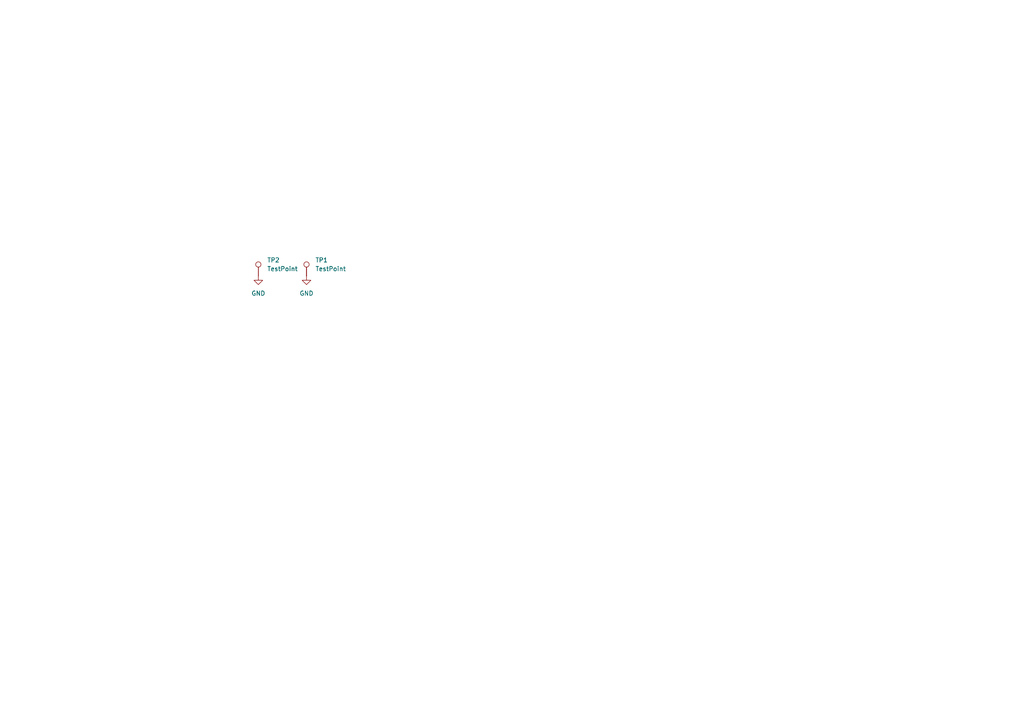
<source format=kicad_sch>
(kicad_sch (version 20240101) (generator "eeschema") (generator_version "8.99")
  (paper "A4")
  (lib_symbols
    (symbol "Connector:TestPoint" (pin_numbers hide) (pin_names (offset 0.762) hide)
      (property "Reference" "TP" (at 0 6.858 0))
      (property "Value" "TestPoint" (at 0 5.08 0))
      (symbol "TestPoint_0_1"
        (circle (center 0 3.302) (radius 0.762))
      )
      (symbol "TestPoint_1_1"
        (pin passive line (at 0 0 90) (length 2.54) (name "1") (number "1"))
      )
    )
    (symbol "power:GND" (power) (pin_numbers hide) (pin_names (offset 0) hide)
      (property "Value" "GND" (at 0 -3.81 0))
      (symbol "GND_0_1"
        (polyline (pts (xy 0 0) (xy 0 -1.27) (xy 1.27 -1.27) (xy 0 -2.54) (xy -1.27 -1.27) (xy 0 -1.27)))
      )
      (symbol "GND_1_1"
        (pin power_in line (at 0 0 270) (length 0) (name "~") (number "1"))
      )
    )
  )
  (symbol (lib_id "power:GND") (at 74.93 80.01 0) (unit 1)
    (property "Reference" "#PWR03" (effects (hide yes)))
    (property "Value" "GND" (at 74.93 85.09 0))
    (property "Description" "Power symbol creates a global label with name \"GND\" , ground" (effects (hide yes)))
  )
  (symbol (lib_id "Connector:TestPoint") (at 74.93 80.01 0) (unit 1)
    (property "Reference" "TP2" (at 77.47 75.4379 0) (effects (justify left)))
    (property "Value" "TestPoint" (at 77.47 77.9779 0) (effects (justify left)))
    (property "Description" "test point" (effects (hide yes)))
  )
  (symbol (lib_id "Connector:TestPoint") (at 88.9 80.01 0) (unit 1)
    (property "Reference" "TP1" (at 91.44 75.4379 0) (effects (justify left)))
    (property "Value" "TestPoint" (at 91.44 77.9779 0) (effects (justify left)))
    (property "Description" "test point" (effects (hide yes)))
  )
  (symbol (lib_id "power:GND") (at 88.9 80.01 0) (unit 1)
    (property "Reference" "#PWR01" (effects (hide yes)))
    (property "Value" "GND" (at 88.9 85.09 0))
    (property "Description" "Power symbol creates a global label with name \"GND\" , ground" (effects (hide yes)))
  )
)
</source>
